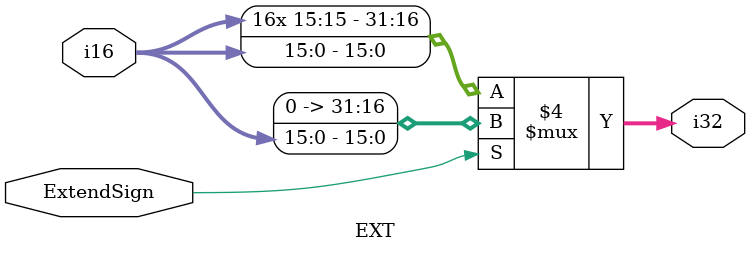
<source format=v>
`timescale 1ns / 1ps
`default_nettype none
module EXT(
    input wire [15:0] i16,
    output reg [31:0] i32,
    input wire ExtendSign
    );
    always @(*) begin
        if(ExtendSign == 0) begin
            i32 = {{16{i16[15]}},i16};
        end
        else begin
            i32 = {16'h0000,i16};
        end
    end
endmodule

</source>
